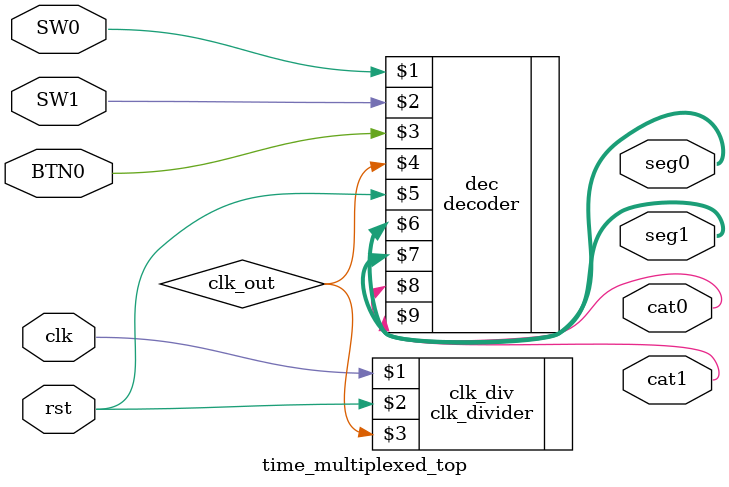
<source format=v>
module time_multiplexed_top(
    input SW0,
    input SW1,
    input BTN0,
    input clk,
    input rst, // BTN3
    output [6:0] seg0,
    output [6:0] seg1,
    output cat0,
    output cat1
    );

wire clk_out;

clk_divider clk_div(clk, rst, clk_out);
decoder dec(SW0, SW1, BTN0,clk_out, rst, seg0, seg1, cat0, cat1 ); 

endmodule
</source>
